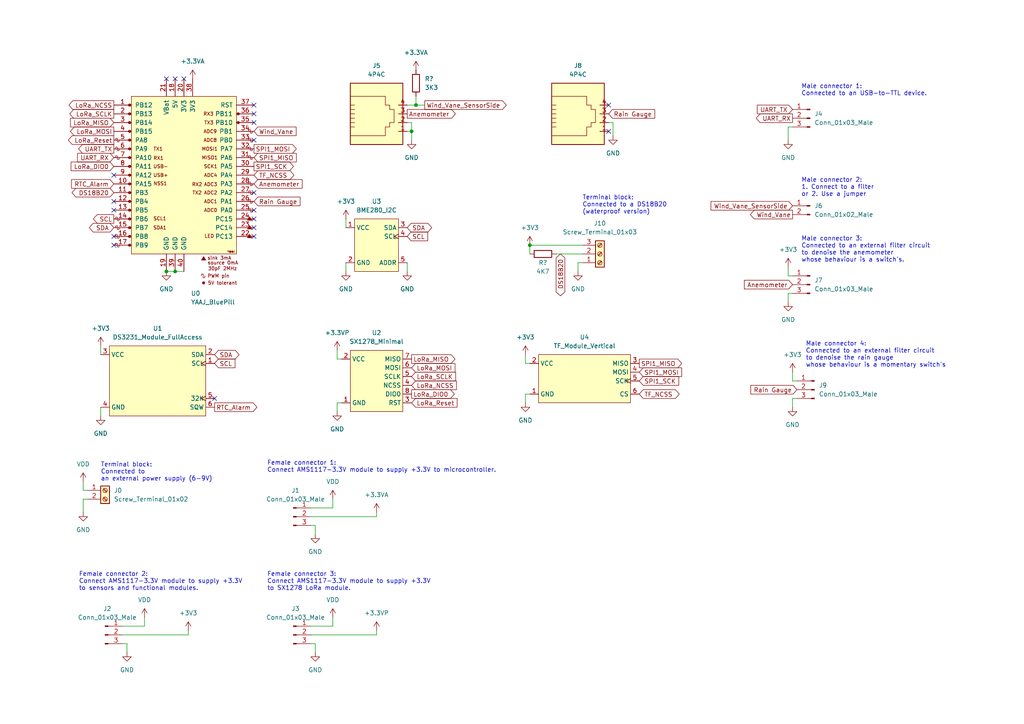
<source format=kicad_sch>
(kicad_sch (version 20211123) (generator eeschema)
  (paper "A4")
  (lib_symbols
    (symbol "BME280_Module:BME280_I2C"
      (property "Reference" "U" (at 0 1.27 0))
      (property "Value" "BME280_I2C" (at 0 -1.27 0))
      (symbol "BME280_I2C_0_1"
        (rectangle (start -6.35 7.62) (end 6.35 -7.62) (fill (type background)))
      )
      (symbol "BME280_I2C_1_1"
        (pin power_in line (at -8.89 5.08 0) (length 2.54) (name "VCC") (number "1"))
        (pin power_in line (at -8.89 -5.08 0) (length 2.54) (name "GND") (number "2"))
        (pin bidirectional line (at 8.89 5.08 180) (length 2.54) (name "SDA") (number "3"))
        (pin input clock (at 8.89 2.54 180) (length 2.54) (name "SCL") (number "4"))
        (pin passive line (at 8.89 -5.08 180) (length 2.54) (name "ADDR") (number "5"))
      )
    )
    (symbol "Connector:Conn_01x02_Male" (pin_names (offset 1.016) hide)
      (property "Reference" "J" (at 0 2.54 0))
      (property "Value" "Conn_01x02_Male" (at 0 -5.08 0))
      (symbol "Conn_01x02_Male_1_1"
        (polyline (pts (xy 1.27 -2.54) (xy 0.8636 -2.54)) (stroke (width 0.1524)))
        (polyline (pts (xy 1.27 0) (xy 0.8636 0)) (stroke (width 0.1524)))
        (rectangle (start 0.8636 -2.413) (end 0 -2.667) (stroke (width 0.1524)) (fill (type outline)))
        (rectangle (start 0.8636 0.127) (end 0 -0.127) (stroke (width 0.1524)) (fill (type outline)))
        (pin passive line (at 5.08 0 180) (length 3.81) (name "Pin_1") (number "1"))
        (pin passive line (at 5.08 -2.54 180) (length 3.81) (name "Pin_2") (number "2"))
      )
    )
    (symbol "Connector:Conn_01x03_Male" (pin_names (offset 1.016) hide)
      (property "Reference" "J" (at 0 5.08 0))
      (property "Value" "Conn_01x03_Male" (at 0 -5.08 0))
      (symbol "Conn_01x03_Male_1_1"
        (polyline (pts (xy 1.27 -2.54) (xy 0.8636 -2.54)) (stroke (width 0.1524)))
        (polyline (pts (xy 1.27 0) (xy 0.8636 0)) (stroke (width 0.1524)))
        (polyline (pts (xy 1.27 2.54) (xy 0.8636 2.54)) (stroke (width 0.1524)))
        (rectangle (start 0.8636 -2.413) (end 0 -2.667) (stroke (width 0.1524)) (fill (type outline)))
        (rectangle (start 0.8636 0.127) (end 0 -0.127) (stroke (width 0.1524)) (fill (type outline)))
        (rectangle (start 0.8636 2.667) (end 0 2.413) (stroke (width 0.1524)) (fill (type outline)))
        (pin passive line (at 5.08 2.54 180) (length 3.81) (name "Pin_1") (number "1"))
        (pin passive line (at 5.08 0 180) (length 3.81) (name "Pin_2") (number "2"))
        (pin passive line (at 5.08 -2.54 180) (length 3.81) (name "Pin_3") (number "3"))
      )
    )
    (symbol "Connector:Screw_Terminal_01x02" (pin_names (offset 1.016) hide)
      (property "Reference" "J" (at 0 2.54 0))
      (property "Value" "Screw_Terminal_01x02" (at 0 -5.08 0))
      (symbol "Screw_Terminal_01x02_1_1"
        (rectangle (start -1.27 1.27) (end 1.27 -3.81) (stroke (width 0.254)) (fill (type background)))
        (circle (center 0 -2.54) (radius 0.635) (stroke (width 0.1524)))
        (polyline (pts (xy -0.5334 -2.2098) (xy 0.3302 -3.048)) (stroke (width 0.1524)))
        (polyline (pts (xy -0.5334 0.3302) (xy 0.3302 -0.508)) (stroke (width 0.1524)))
        (polyline (pts (xy -0.3556 -2.032) (xy 0.508 -2.8702)) (stroke (width 0.1524)))
        (polyline (pts (xy -0.3556 0.508) (xy 0.508 -0.3302)) (stroke (width 0.1524)))
        (circle (center 0 0) (radius 0.635) (stroke (width 0.1524)))
        (pin passive line (at -5.08 0 0) (length 3.81) (name "Pin_1") (number "1"))
        (pin passive line (at -5.08 -2.54 0) (length 3.81) (name "Pin_2") (number "2"))
      )
    )
    (symbol "Connector:Screw_Terminal_01x03" (pin_names (offset 1.016) hide)
      (property "Reference" "J" (at 0 5.08 0))
      (property "Value" "Screw_Terminal_01x03" (at 0 -5.08 0))
      (symbol "Screw_Terminal_01x03_1_1"
        (rectangle (start -1.27 3.81) (end 1.27 -3.81) (stroke (width 0.254)) (fill (type background)))
        (circle (center 0 -2.54) (radius 0.635) (stroke (width 0.1524)))
        (polyline (pts (xy -0.5334 -2.2098) (xy 0.3302 -3.048)) (stroke (width 0.1524)))
        (polyline (pts (xy -0.5334 0.3302) (xy 0.3302 -0.508)) (stroke (width 0.1524)))
        (polyline (pts (xy -0.5334 2.8702) (xy 0.3302 2.032)) (stroke (width 0.1524)))
        (polyline (pts (xy -0.3556 -2.032) (xy 0.508 -2.8702)) (stroke (width 0.1524)))
        (polyline (pts (xy -0.3556 0.508) (xy 0.508 -0.3302)) (stroke (width 0.1524)))
        (polyline (pts (xy -0.3556 3.048) (xy 0.508 2.2098)) (stroke (width 0.1524)))
        (circle (center 0 0) (radius 0.635) (stroke (width 0.1524)))
        (circle (center 0 2.54) (radius 0.635) (stroke (width 0.1524)))
        (pin passive line (at -5.08 2.54 0) (length 3.81) (name "Pin_1") (number "1"))
        (pin passive line (at -5.08 0 0) (length 3.81) (name "Pin_2") (number "2"))
        (pin passive line (at -5.08 -2.54 0) (length 3.81) (name "Pin_3") (number "3"))
      )
    )
    (symbol "DS3231_Module:DS3231_Module_FullAccess"
      (property "Reference" "U" (at 0 1.27 0))
      (property "Value" "DS3231_Module_FullAccess" (at 0 -1.27 0))
      (symbol "DS3231_Module_FullAccess_0_1"
        (rectangle (start -13.97 8.89) (end 13.97 -11.43) (fill (type background)))
      )
      (symbol "DS3231_Module_FullAccess_1_1"
        (pin bidirectional clock (at 16.51 3.81 180) (length 2.54) (name "SCL") (number "1"))
        (pin bidirectional line (at 16.51 6.35 180) (length 2.54) (name "SDA") (number "2"))
        (pin power_in line (at -16.51 6.35 0) (length 2.54) (name "VCC") (number "3"))
        (pin power_in line (at -16.51 -8.89 0) (length 2.54) (name "GND") (number "4"))
        (pin output clock (at 16.51 -6.35 180) (length 2.54) (name "32K") (number "5"))
        (pin output line (at 16.51 -8.89 180) (length 2.54) (name "SQW") (number "6"))
      )
    )
    (symbol "Device:R" (pin_numbers hide) (pin_names (offset 0))
      (property "Reference" "R" (at 2.032 0 90))
      (property "Value" "R" (at 0 0 90))
      (symbol "R_0_1"
        (rectangle (start -1.016 -2.54) (end 1.016 2.54) (stroke (width 0.254)))
      )
      (symbol "R_1_1"
        (pin passive line (at 0 3.81 270) (length 1.27) (name "~") (number "1"))
        (pin passive line (at 0 -3.81 90) (length 1.27) (name "~") (number "2"))
      )
    )
    (symbol "RJ11-Connectors:4P4C"
      (property "Reference" "J" (at 0 0 0))
      (property "Value" "4P4C" (at 6.35 10.16 0))
      (symbol "4P4C_0_1"
        (polyline (pts (xy -6.35 -3.81) (xy -5.08 -3.81) (xy -5.08 -3.81)))
        (polyline (pts (xy -6.35 -2.54) (xy -5.08 -2.54) (xy -5.08 -2.54)))
        (polyline (pts (xy -6.35 -1.27) (xy -5.08 -1.27) (xy -5.08 -1.27)))
        (polyline (pts (xy -6.35 0) (xy -5.08 0) (xy -5.08 0)))
        (polyline (pts (xy -6.35 1.27) (xy -5.08 1.27) (xy -5.08 1.27)))
        (polyline (pts (xy -5.08 2.54) (xy -6.35 2.54) (xy -6.35 2.54)))
        (polyline (pts (xy -6.35 -6.35) (xy -6.35 5.08) (xy 3.81 5.08) (xy 3.81 2.54) (xy 5.08 2.54) (xy 5.08 1.27) (xy 6.35 1.27) (xy 6.35 -2.54) (xy 5.08 -2.54) (xy 5.08 -3.81) (xy 3.81 -3.81) (xy 3.81 -6.35) (xy -6.35 -6.35) (xy -6.35 -6.35)))
        (rectangle (start 8.89 8.89) (end -6.35 -8.89) (stroke (width 0.254)) (fill (type background)))
      )
      (symbol "4P4C_1_1"
        (pin passive line (at 10.16 -5.08 180) (length 2.54) (name "~") (number "1"))
        (pin passive line (at 10.16 -2.54 180) (length 2.54) (name "~") (number "2"))
        (pin passive line (at 10.16 0 180) (length 2.54) (name "") (number "3"))
        (pin passive line (at 10.16 2.54 180) (length 2.54) (name "") (number "4"))
      )
    )
    (symbol "STM32_BluePill:YAAJ_BluePill" (pin_names (offset 1.016))
      (property "Reference" "U" (at -13.97 24.13 0))
      (property "Value" "YAAJ_BluePill" (at 0 6.35 90))
      (symbol "YAAJ_BluePill_0_0"
        (circle (center -15.748 -20.32) (radius 0.3556) (fill (type outline)))
        (circle (center -15.748 -17.78) (radius 0.3556) (fill (type outline)))
        (circle (center -15.748 -15.24) (radius 0.3556) (fill (type outline)))
        (circle (center -15.748 -12.7) (radius 0.3556) (fill (type outline)))
        (circle (center -15.748 -10.16) (radius 0.3556) (fill (type outline)))
        (circle (center -15.748 -7.62) (radius 0.3556) (fill (type outline)))
        (circle (center -15.748 -5.08) (radius 0.3556) (fill (type outline)))
        (circle (center -15.748 -2.54) (radius 0.3556) (fill (type outline)))
        (circle (center -15.748 0) (radius 0.3556) (fill (type outline)))
        (circle (center -15.748 2.54) (radius 0.3556) (fill (type outline)))
        (circle (center -15.748 5.08) (radius 0.3556) (fill (type outline)))
        (circle (center -15.748 7.62) (radius 0.3556) (fill (type outline)))
        (circle (center -15.748 10.16) (radius 0.3556) (fill (type outline)))
        (circle (center -15.748 12.7) (radius 0.3556) (fill (type outline)))
        (circle (center -15.748 15.24) (radius 0.3556) (fill (type outline)))
        (circle (center -15.748 20.32) (radius 0.3556) (fill (type outline)))
        (polyline (pts (xy 5.08 -24.638) (xy 5.715 -23.622) (xy 6.35 -24.638) (xy 5.08 -24.638) (xy 5.715 -23.749) (xy 6.223 -24.638) (xy 5.207 -24.511) (xy 5.715 -23.876) (xy 6.096 -24.638) (xy 5.334 -24.384) (xy 5.842 -24.003) (xy 5.969 -24.638) (xy 5.461 -24.257) (xy 5.969 -24.13) (xy 5.842 -24.511) (xy 5.588 -24.257) (xy 5.842 -24.384) (xy 5.715 -24.13)))
        (polyline (pts (xy 18.415 -18.161) (xy 19.05 -17.145) (xy 19.685 -18.161) (xy 18.415 -18.161) (xy 19.05 -17.272) (xy 19.558 -18.161) (xy 18.542 -18.034) (xy 19.05 -17.399) (xy 19.431 -18.161) (xy 18.669 -17.907) (xy 19.177 -17.526) (xy 19.304 -18.161) (xy 18.796 -17.78) (xy 19.304 -17.653) (xy 19.177 -18.034) (xy 18.923 -17.78) (xy 19.177 -17.907) (xy 19.05 -17.653)))
        (polyline (pts (xy 18.415 -15.621) (xy 19.05 -14.605) (xy 19.685 -15.621) (xy 18.415 -15.621) (xy 19.05 -14.732) (xy 19.558 -15.621) (xy 18.542 -15.494) (xy 19.05 -14.859) (xy 19.431 -15.621) (xy 18.669 -15.367) (xy 19.177 -14.986) (xy 19.304 -15.621) (xy 18.796 -15.24) (xy 19.304 -15.113) (xy 19.177 -15.494) (xy 18.923 -15.24) (xy 19.177 -15.367) (xy 19.05 -15.113)))
        (polyline (pts (xy 18.415 -13.081) (xy 19.05 -12.065) (xy 19.685 -13.081) (xy 18.415 -13.081) (xy 19.05 -12.192) (xy 19.558 -13.081) (xy 18.542 -12.954) (xy 19.05 -12.319) (xy 19.431 -13.081) (xy 18.669 -12.827) (xy 19.177 -12.446) (xy 19.304 -13.081) (xy 18.796 -12.7) (xy 19.304 -12.573) (xy 19.177 -12.954) (xy 18.923 -12.7) (xy 19.177 -12.827) (xy 19.05 -12.573)))
        (circle (center 5.715 -31.242) (radius 0.127) (fill (type outline)))
        (circle (center 5.715 -31.242) (radius 0.254))
        (circle (center 5.715 -31.242) (radius 0.3556))
        (circle (center 15.748 15.24) (radius 0.254) (fill (type outline)))
        (circle (center 15.748 15.24) (radius 0.3556))
        (circle (center 15.748 17.78) (radius 0.254) (fill (type outline)))
        (circle (center 15.748 17.78) (radius 0.3556))
        (text "30pF 2MHz" (at 11.176 -27.051 0) (effects (font (size 0.9906 0.9906))))
        (text "5V tolerant" (at 11.176 -31.242 0) (effects (font (size 0.9906 0.9906))))
        (text "ADC0" (at 7.747 -10.16 0) (effects (font (size 0.9906 0.9906))))
        (text "ADC1" (at 7.747 -7.62 0) (effects (font (size 0.9906 0.9906))))
        (text "ADC2" (at 7.747 -5.08 0) (effects (font (size 0.9906 0.9906))))
        (text "ADC3" (at 7.747 -2.667 0) (effects (font (size 0.9906 0.9906))))
        (text "ADC4" (at 7.747 0 0) (effects (font (size 0.9906 0.9906))))
        (text "ADC8" (at 7.62 10.16 0) (effects (font (size 0.9906 0.9906))))
        (text "ADC9" (at 7.62 12.7 0) (effects (font (size 0.9906 0.9906))))
        (text "LED" (at 7.366 -17.653 0) (effects (font (size 0.9906 0.9906))))
        (text "MISO1" (at 7.493 5.08 0) (effects (font (size 0.9906 0.9906))))
        (text "MOSI1" (at 7.493 7.62 0) (effects (font (size 0.9906 0.9906))))
        (text "NSS1" (at -6.858 -2.413 0) (effects (font (size 0.9906 0.9906))))
        (text "PWM pin" (at 10.033 -29.21 0) (effects (font (size 0.9906 0.9906))))
        (text "RX1" (at -7.366 4.953 0) (effects (font (size 0.9906 0.9906))))
        (text "RX2" (at 3.81 -2.667 0) (effects (font (size 0.9906 0.9906))))
        (text "RX3" (at 7.112 17.78 0) (effects (font (size 0.9906 0.9906))))
        (text "SCK1" (at 7.747 2.54 0) (effects (font (size 0.9906 0.9906))))
        (text "SCL1" (at -6.985 -12.573 0) (effects (font (size 0.9906 0.9906))))
        (text "SDA1" (at -6.985 -15.24 0) (effects (font (size 0.9906 0.9906))))
        (text "sink 3mA" (at 10.287 -24.003 0) (effects (font (size 0.9906 0.9906))))
        (text "source 0mA" (at 11.303 -25.4 0) (effects (font (size 0.9906 0.9906))))
        (text "TX1" (at -7.493 7.62 0) (effects (font (size 0.9906 0.9906))))
        (text "TX2" (at 3.81 -5.08 0) (effects (font (size 0.9906 0.9906))))
        (text "TX3" (at 7.239 15.24 0) (effects (font (size 0.9906 0.9906))))
        (text "USB+" (at -6.731 0 0) (effects (font (size 0.9906 0.9906))))
        (text "USB-" (at -6.731 2.54 0) (effects (font (size 0.9906 0.9906))))
        (text "Y@@J" (at 13.6906 -22.1488 0) (effects (font (size 0.508 0.508))))
      )
      (symbol "YAAJ_BluePill_0_1"
        (rectangle (start -15.24 22.86) (end 15.24 -22.86) (fill (type background)))
        (polyline (pts (xy -18.796 -20.32) (xy -18.796 -20.828) (xy -19.304 -20.828) (xy -19.304 -19.812) (xy -19.812 -19.812) (xy -19.812 -20.32)))
        (polyline (pts (xy -18.796 -17.78) (xy -18.796 -18.288) (xy -19.304 -18.288) (xy -19.304 -17.272) (xy -19.812 -17.272) (xy -19.812 -17.78)))
        (polyline (pts (xy -18.796 -15.24) (xy -18.796 -15.748) (xy -19.304 -15.748) (xy -19.304 -14.732) (xy -19.812 -14.732) (xy -19.812 -15.24)))
        (polyline (pts (xy -18.796 -12.7) (xy -18.796 -13.208) (xy -19.304 -13.208) (xy -19.304 -12.192) (xy -19.812 -12.192) (xy -19.812 -12.7)))
        (polyline (pts (xy -18.796 5.08) (xy -18.796 4.572) (xy -19.304 4.572) (xy -19.304 5.588) (xy -19.812 5.588) (xy -19.812 5.08)))
        (polyline (pts (xy -18.796 7.62) (xy -18.796 7.112) (xy -19.304 7.112) (xy -19.304 8.128) (xy -19.812 8.128) (xy -19.812 7.62)))
        (polyline (pts (xy -18.796 10.16) (xy -18.796 9.652) (xy -19.304 9.652) (xy -19.304 10.668) (xy -19.812 10.668) (xy -19.812 10.16)))
        (polyline (pts (xy 6.096 -29.21) (xy 6.096 -29.718) (xy 5.588 -29.718) (xy 5.588 -28.702) (xy 5.08 -28.702) (xy 5.08 -29.21)))
        (polyline (pts (xy 19.812 -10.16) (xy 19.812 -10.668) (xy 19.304 -10.668) (xy 19.304 -9.652) (xy 18.796 -9.652) (xy 18.796 -10.16)))
        (polyline (pts (xy 19.812 -7.62) (xy 19.812 -8.128) (xy 19.304 -8.128) (xy 19.304 -7.112) (xy 18.796 -7.112) (xy 18.796 -7.62)))
        (polyline (pts (xy 19.812 -5.08) (xy 19.812 -5.588) (xy 19.304 -5.588) (xy 19.304 -4.572) (xy 18.796 -4.572) (xy 18.796 -5.08)))
        (polyline (pts (xy 19.812 -2.54) (xy 19.812 -3.048) (xy 19.304 -3.048) (xy 19.304 -2.032) (xy 18.796 -2.032) (xy 18.796 -2.54)))
        (polyline (pts (xy 19.812 5.08) (xy 19.812 4.572) (xy 19.304 4.572) (xy 19.304 5.588) (xy 18.796 5.588) (xy 18.796 5.08)))
        (polyline (pts (xy 19.812 7.62) (xy 19.812 7.112) (xy 19.304 7.112) (xy 19.304 8.128) (xy 18.796 8.128) (xy 18.796 7.62)))
        (polyline (pts (xy 19.812 10.16) (xy 19.812 9.652) (xy 19.304 9.652) (xy 19.304 10.668) (xy 18.796 10.668) (xy 18.796 10.16)))
        (polyline (pts (xy 19.812 12.7) (xy 19.812 12.192) (xy 19.304 12.192) (xy 19.304 13.208) (xy 18.796 13.208) (xy 18.796 12.7)))
      )
      (symbol "YAAJ_BluePill_1_1"
        (circle (center -15.748 17.78) (radius 0.3556) (fill (type outline)))
        (pin bidirectional line (at -20.32 20.32 0) (length 5.08) (name "PB12") (number "1"))
        (pin bidirectional line (at -20.32 -2.54 0) (length 5.08) (name "PA15") (number "10"))
        (pin bidirectional line (at -20.32 -5.08 0) (length 5.08) (name "PB3") (number "11"))
        (pin bidirectional line (at -20.32 -7.62 0) (length 5.08) (name "PB4") (number "12"))
        (pin bidirectional line (at -20.32 -10.16 0) (length 5.08) (name "PB5") (number "13"))
        (pin bidirectional line (at -20.32 -12.7 0) (length 5.08) (name "PB6") (number "14"))
        (pin bidirectional line (at -20.32 -15.24 0) (length 5.08) (name "PB7") (number "15"))
        (pin bidirectional line (at -20.32 -17.78 0) (length 5.08) (name "PB8") (number "16"))
        (pin bidirectional line (at -20.32 -20.32 0) (length 5.08) (name "PB9") (number "17"))
        (pin power_in line (at -2.54 27.94 270) (length 5.08) (name "5V") (number "18"))
        (pin power_in line (at -5.08 -27.94 90) (length 5.08) (name "GND") (number "19"))
        (pin bidirectional line (at -20.32 17.78 0) (length 5.08) (name "PB13") (number "2"))
        (pin power_in line (at 0 27.94 270) (length 5.08) (name "3V3") (number "20"))
        (pin power_in line (at -5.08 27.94 270) (length 5.08) (name "VBat") (number "21"))
        (pin bidirectional line (at 20.32 -17.78 180) (length 5.08) (name "PC13") (number "22"))
        (pin bidirectional line (at 20.32 -15.24 180) (length 5.08) (name "PC14") (number "23"))
        (pin bidirectional line (at 20.32 -12.7 180) (length 5.08) (name "PC15") (number "24"))
        (pin bidirectional line (at 20.32 -10.16 180) (length 5.08) (name "PA0") (number "25"))
        (pin bidirectional line (at 20.32 -7.62 180) (length 5.08) (name "PA1") (number "26"))
        (pin bidirectional line (at 20.32 -5.08 180) (length 5.08) (name "PA2") (number "27"))
        (pin bidirectional line (at 20.32 -2.54 180) (length 5.08) (name "PA3") (number "28"))
        (pin bidirectional line (at 20.32 0 180) (length 5.08) (name "PA4") (number "29"))
        (pin bidirectional line (at -20.32 15.24 0) (length 5.08) (name "PB14") (number "3"))
        (pin bidirectional line (at 20.32 2.54 180) (length 5.08) (name "PA5") (number "30"))
        (pin bidirectional line (at 20.32 5.08 180) (length 5.08) (name "PA6") (number "31"))
        (pin bidirectional line (at 20.32 7.62 180) (length 5.08) (name "PA7") (number "32"))
        (pin bidirectional line (at 20.32 10.16 180) (length 5.08) (name "PB0") (number "33"))
        (pin bidirectional line (at 20.32 12.7 180) (length 5.08) (name "PB1") (number "34"))
        (pin bidirectional line (at 20.32 15.24 180) (length 5.08) (name "PB10") (number "35"))
        (pin bidirectional line (at 20.32 17.78 180) (length 5.08) (name "PB11") (number "36"))
        (pin input line (at 20.32 20.32 180) (length 5.08) (name "RST") (number "37"))
        (pin power_in line (at 2.54 27.94 270) (length 5.08) (name "3V3") (number "38"))
        (pin power_in line (at -2.54 -27.94 90) (length 5.08) (name "GND") (number "39"))
        (pin bidirectional line (at -20.32 12.7 0) (length 5.08) (name "PB15") (number "4"))
        (pin power_in line (at 0 -27.94 90) (length 5.08) (name "GND") (number "40"))
        (pin bidirectional line (at -20.32 10.16 0) (length 5.08) (name "PA8") (number "5"))
        (pin bidirectional line (at -20.32 7.62 0) (length 5.08) (name "PA9") (number "6"))
        (pin bidirectional line (at -20.32 5.08 0) (length 5.08) (name "PA10") (number "7"))
        (pin bidirectional line (at -20.32 2.54 0) (length 5.08) (name "PA11") (number "8"))
        (pin bidirectional line (at -20.32 0 0) (length 5.08) (name "PA12") (number "9"))
      )
    )
    (symbol "SX1278_Module:SX1278_Minimal"
      (property "Reference" "U" (at 0 11.43 0))
      (property "Value" "SX1278_Minimal" (at 0 -11.43 0))
      (symbol "SX1278_Minimal_0_1"
        (rectangle (start -7.62 8.89) (end 7.62 -8.89) (fill (type background)))
      )
      (symbol "SX1278_Minimal_1_1"
        (pin power_in line (at -10.16 -6.35 0) (length 2.54) (name "GND") (number "1"))
        (pin power_in line (at -10.16 6.35 0) (length 2.54) (name "VCC") (number "2"))
        (pin input line (at 10.16 -6.35 180) (length 2.54) (name "RST") (number "3"))
        (pin input line (at 10.16 -1.27 180) (length 2.54) (name "NCSS") (number "4"))
        (pin input line (at 10.16 1.27 180) (length 2.54) (name "SCLK") (number "5"))
        (pin input line (at 10.16 3.81 180) (length 2.54) (name "MOSI") (number "6"))
        (pin output line (at 10.16 6.35 180) (length 2.54) (name "MISO") (number "7"))
        (pin output line (at 10.16 -3.81 180) (length 2.54) (name "DIO0") (number "8"))
      )
    )
    (symbol "TF_Module:TF_Module_Vertical"
      (property "Reference" "U" (at 0 1.27 0))
      (property "Value" "TF_Module_Vertical" (at 0 -1.27 0))
      (symbol "TF_Module_Vertical_0_1"
        (rectangle (start -12.7 6.35) (end 13.97 -7.62) (fill (type background)))
      )
      (symbol "TF_Module_Vertical_1_1"
        (pin power_in line (at -15.24 -5.08 0) (length 2.54) (name "GND") (number "1"))
        (pin power_in line (at -15.24 3.81 0) (length 2.54) (name "VCC") (number "2"))
        (pin output line (at 16.51 3.81 180) (length 2.54) (name "MISO") (number "3"))
        (pin input line (at 16.51 1.27 180) (length 2.54) (name "MOSI") (number "4"))
        (pin input clock (at 16.51 -1.27 180) (length 2.54) (name "SCK") (number "5"))
        (pin input line (at 16.51 -5.08 180) (length 2.54) (name "CS") (number "6"))
      )
    )
    (symbol "power:+3.3VA" (power) (pin_names (offset 0))
      (property "Value" "+3.3VA" (at 0 3.556 0))
      (symbol "+3.3VA_0_1"
        (polyline (pts (xy -0.762 1.27) (xy 0 2.54)))
        (polyline (pts (xy 0 0) (xy 0 2.54)))
        (polyline (pts (xy 0 2.54) (xy 0.762 1.27)))
      )
      (symbol "+3.3VA_1_1"
        (pin power_in line (at 0 0 90) (length 0) hide (name "+3.3VA") (number "1"))
      )
    )
    (symbol "power:+3.3VP" (power) (pin_names (offset 0))
      (property "Value" "+3.3VP" (at 0 2.54 0))
      (symbol "+3.3VP_0_0"
        (pin power_in line (at 0 0 90) (length 0) hide (name "+3.3VP") (number "1"))
      )
      (symbol "+3.3VP_0_1"
        (polyline (pts (xy -0.762 1.27) (xy 0 2.54)))
        (polyline (pts (xy 0 0) (xy 0 2.54)))
        (polyline (pts (xy 0 2.54) (xy 0.762 1.27)))
      )
    )
    (symbol "power:+3V3" (power) (pin_names (offset 0))
      (property "Value" "+3V3" (at 0 3.556 0))
      (symbol "+3V3_0_1"
        (polyline (pts (xy -0.762 1.27) (xy 0 2.54)))
        (polyline (pts (xy 0 0) (xy 0 2.54)))
        (polyline (pts (xy 0 2.54) (xy 0.762 1.27)))
      )
      (symbol "+3V3_1_1"
        (pin power_in line (at 0 0 90) (length 0) hide (name "+3V3") (number "1"))
      )
    )
    (symbol "power:GND" (power) (pin_names (offset 0))
      (property "Value" "GND" (at 0 -3.81 0))
      (symbol "GND_0_1"
        (polyline (pts (xy 0 0) (xy 0 -1.27) (xy 1.27 -1.27) (xy 0 -2.54) (xy -1.27 -1.27) (xy 0 -1.27)))
      )
      (symbol "GND_1_1"
        (pin power_in line (at 0 0 270) (length 0) hide (name "GND") (number "1"))
      )
    )
    (symbol "power:VDD" (power) (pin_names (offset 0))
      (property "Value" "VDD" (at 0 3.81 0))
      (symbol "VDD_0_1"
        (polyline (pts (xy -0.762 1.27) (xy 0 2.54)))
        (polyline (pts (xy 0 0) (xy 0 2.54)))
        (polyline (pts (xy 0 2.54) (xy 0.762 1.27)))
      )
      (symbol "VDD_1_1"
        (pin power_in line (at 0 0 90) (length 0) hide (name "VDD") (number "1"))
      )
    )
  )
  (junction (at 48.26 78.74))
  (junction (at 50.8 78.74))
  (junction (at 153.67 71.12))
  (junction (at 120.65 30.48))
  (junction (at 119.38 38.1))
  (no_connect (at 73.66 30.48))
  (no_connect (at 33.02 71.12))
  (no_connect (at 73.66 35.56))
  (no_connect (at 62.23 115.57))
  (no_connect (at 50.8 22.86))
  (no_connect (at 73.66 63.5))
  (no_connect (at 73.66 40.64))
  (no_connect (at 33.02 50.8))
  (no_connect (at 53.34 22.86))
  (no_connect (at 73.66 60.96))
  (no_connect (at 33.02 58.42))
  (no_connect (at 176.53 30.48))
  (no_connect (at 73.66 68.58))
  (no_connect (at 176.53 38.1))
  (no_connect (at 73.66 55.88))
  (no_connect (at 73.66 66.04))
  (no_connect (at 48.26 22.86))
  (no_connect (at 73.66 33.02))
  (no_connect (at 33.02 68.58))
  (no_connect (at 33.02 60.96))
  (wire (pts (xy 29.21 100.33) (xy 29.21 102.87)))
  (wire (pts (xy 229.87 115.57) (xy 231.14 115.57)))
  (wire (pts (xy 97.79 116.84) (xy 97.79 119.38)))
  (wire (pts (xy 167.64 76.2) (xy 168.91 76.2)))
  (wire (pts (xy 119.38 35.56) (xy 119.38 38.1)))
  (wire (pts (xy 91.44 152.4) (xy 91.44 154.94)))
  (wire (pts (xy 24.13 139.7) (xy 24.13 142.24)))
  (wire (pts (xy 96.52 181.61) (xy 90.17 181.61)))
  (wire (pts (xy 48.26 78.74) (xy 50.8 78.74)))
  (wire (pts (xy 153.67 71.12) (xy 168.91 71.12)))
  (wire (pts (xy 90.17 149.86) (xy 109.22 149.86)))
  (wire (pts (xy 90.17 147.32) (xy 96.52 147.32)))
  (wire (pts (xy 152.4 105.41) (xy 153.67 105.41)))
  (wire (pts (xy 90.17 152.4) (xy 91.44 152.4)))
  (wire (pts (xy 118.11 38.1) (xy 119.38 38.1)))
  (wire (pts (xy 35.56 184.15) (xy 54.61 184.15)))
  (wire (pts (xy 109.22 182.88) (xy 109.22 184.15)))
  (wire (pts (xy 120.65 30.48) (xy 123.19 30.48)))
  (wire (pts (xy 50.8 78.74) (xy 53.34 78.74)))
  (wire (pts (xy 99.06 116.84) (xy 97.79 116.84)))
  (wire (pts (xy 229.87 107.95) (xy 229.87 110.49)))
  (wire (pts (xy 228.6 36.83) (xy 229.87 36.83)))
  (wire (pts (xy 228.6 40.64) (xy 228.6 36.83)))
  (wire (pts (xy 96.52 147.32) (xy 96.52 144.78)))
  (wire (pts (xy 152.4 114.3) (xy 153.67 114.3)))
  (wire (pts (xy 35.56 181.61) (xy 41.91 181.61)))
  (wire (pts (xy 99.06 104.14) (xy 97.79 104.14)))
  (wire (pts (xy 100.33 63.5) (xy 100.33 66.04)))
  (wire (pts (xy 228.6 85.09) (xy 229.87 85.09)))
  (wire (pts (xy 91.44 189.23) (xy 91.44 186.69)))
  (wire (pts (xy 229.87 110.49) (xy 231.14 110.49)))
  (wire (pts (xy 24.13 148.59) (xy 24.13 144.78)))
  (wire (pts (xy 90.17 184.15) (xy 109.22 184.15)))
  (wire (pts (xy 97.79 104.14) (xy 97.79 101.6)))
  (wire (pts (xy 36.83 186.69) (xy 35.56 186.69)))
  (wire (pts (xy 100.33 76.2) (xy 100.33 78.74)))
  (wire (pts (xy 118.11 30.48) (xy 120.65 30.48)))
  (wire (pts (xy 118.11 76.2) (xy 118.11 78.74)))
  (wire (pts (xy 36.83 189.23) (xy 36.83 186.69)))
  (wire (pts (xy 153.67 71.12) (xy 153.67 73.66)))
  (wire (pts (xy 152.4 102.87) (xy 152.4 105.41)))
  (wire (pts (xy 91.44 186.69) (xy 90.17 186.69)))
  (wire (pts (xy 229.87 118.11) (xy 229.87 115.57)))
  (wire (pts (xy 96.52 179.07) (xy 96.52 181.61)))
  (wire (pts (xy 228.6 80.01) (xy 229.87 80.01)))
  (wire (pts (xy 119.38 38.1) (xy 119.38 40.64)))
  (wire (pts (xy 152.4 116.84) (xy 152.4 114.3)))
  (wire (pts (xy 161.29 73.66) (xy 168.91 73.66)))
  (wire (pts (xy 54.61 182.88) (xy 54.61 184.15)))
  (wire (pts (xy 109.22 148.59) (xy 109.22 149.86)))
  (wire (pts (xy 176.53 35.56) (xy 177.8 35.56)))
  (wire (pts (xy 167.64 78.74) (xy 167.64 76.2)))
  (wire (pts (xy 177.8 35.56) (xy 177.8 39.37)))
  (wire (pts (xy 120.65 30.48) (xy 120.65 27.94)))
  (wire (pts (xy 24.13 142.24) (xy 25.4 142.24)))
  (wire (pts (xy 24.13 144.78) (xy 25.4 144.78)))
  (wire (pts (xy 228.6 77.47) (xy 228.6 80.01)))
  (wire (pts (xy 118.11 35.56) (xy 119.38 35.56)))
  (wire (pts (xy 228.6 87.63) (xy 228.6 85.09)))
  (wire (pts (xy 41.91 181.61) (xy 41.91 179.07)))
  (wire (pts (xy 29.21 118.11) (xy 29.21 120.65)))
  (text "Female connector 2: \nConnect AMS1117-3.3V module to supply +3.3V \nto sensors and functional modules." (at 22.86 171.45 0) (effects (font (size 1.27 1.27)) (justify left bottom)))
  (text "Male connector 4:\nConnected to an external filter circuit \nto denoise the rain gauge \nwhose behaviour is a momentary switch's" (at 233.68 106.68 0) (effects (font (size 1.27 1.27)) (justify left bottom)))
  (text "Terminal block:\nConnected to a DS18B20 \n(waterproof version)" (at 168.91 62.23 0) (effects (font (size 1.27 1.27)) (justify left bottom)))
  (text "Male connector 3:\nConnected to an external filter circuit \nto denoise the anemometer \nwhose behaviour is a switch's." (at 232.41 76.2 0) (effects (font (size 1.27 1.27)) (justify left bottom)))
  (text "Terminal block:\nConnected to \nan external power supply (6-9V)" (at 29.21 139.7 0) (effects (font (size 1.27 1.27)) (justify left bottom)))
  (text "Female connector 3: \nConnect AMS1117-3.3V module to supply +3.3V \nto SX1278 LoRa module." (at 77.47 171.45 0) (effects (font (size 1.27 1.27)) (justify left bottom)))
  (text "Male connector 1:\nConnected to an USB-to-TTL device." (at 232.41 27.94 0) (effects (font (size 1.27 1.27)) (justify left bottom)))
  (text "Female connector 1: \nConnect AMS1117-3.3V module to supply +3.3V to microcontroller." (at 77.47 137.16 0) (effects (font (size 1.27 1.27)) (justify left bottom)))
  (text "Male connector 2:\n1. Connect to a filter\nor 2. Use a jumper" (at 232.41 57.15 0) (effects (font (size 1.27 1.27)) (justify left bottom)))
  (global_label "Anemometer" (shape input) (at 229.87 82.55 180) (property "Intersheet References" "${INTERSHEET_REFS}" (effects hide)))
  (global_label "LoRa_MOSI" (shape output) (at 33.02 38.1 180) (property "Intersheet References" "${INTERSHEET_REFS}" (effects hide)))
  (global_label "RTC_Alarm" (shape input) (at 33.02 53.34 180) (property "Intersheet References" "${INTERSHEET_REFS}" (effects hide)))
  (global_label "SDA" (shape bidirectional) (at 118.11 66.04 0) (property "Intersheet References" "${INTERSHEET_REFS}" (effects hide)))
  (global_label "UART_TX" (shape output) (at 33.02 43.18 180) (property "Intersheet References" "${INTERSHEET_REFS}" (effects hide)))
  (global_label "SPI1_SCK" (shape output) (at 73.66 48.26 0) (property "Intersheet References" "${INTERSHEET_REFS}" (effects hide)))
  (global_label "Rain Gauge" (shape input) (at 73.66 58.42 0) (property "Intersheet References" "${INTERSHEET_REFS}" (effects hide)))
  (global_label "LoRa_NCSS" (shape output) (at 33.02 30.48 180) (property "Intersheet References" "${INTERSHEET_REFS}" (effects hide)))
  (global_label "SPI1_MOSI" (shape output) (at 73.66 43.18 0) (property "Intersheet References" "${INTERSHEET_REFS}" (effects hide)))
  (global_label "Wind_Vane_SensorSide" (shape input) (at 229.87 59.69 180) (property "Intersheet References" "${INTERSHEET_REFS}" (effects hide)))
  (global_label "TF_NCSS" (shape tri_state) (at 185.42 114.3 0) (property "Intersheet References" "${INTERSHEET_REFS}" (effects hide)))
  (global_label "SPI1_SCK" (shape input) (at 185.42 110.49 0) (property "Intersheet References" "${INTERSHEET_REFS}" (effects hide)))
  (global_label "UART_RX" (shape input) (at 33.02 45.72 180) (property "Intersheet References" "${INTERSHEET_REFS}" (effects hide)))
  (global_label "LoRa_Reset" (shape output) (at 33.02 40.64 180) (property "Intersheet References" "${INTERSHEET_REFS}" (effects hide)))
  (global_label "LoRa_SCLK" (shape input) (at 119.38 109.22 0) (property "Intersheet References" "${INTERSHEET_REFS}" (effects hide)))
  (global_label "SCL" (shape input) (at 62.23 105.41 0) (property "Intersheet References" "${INTERSHEET_REFS}" (effects hide)))
  (global_label "DS18B20" (shape bidirectional) (at 162.56 73.66 270) (property "Intersheet References" "${INTERSHEET_REFS}" (effects hide)))
  (global_label "SPI1_MISO" (shape output) (at 185.42 105.41 0) (property "Intersheet References" "${INTERSHEET_REFS}" (effects hide)))
  (global_label "LoRa_MOSI" (shape input) (at 119.38 106.68 0) (property "Intersheet References" "${INTERSHEET_REFS}" (effects hide)))
  (global_label "LoRa_SCLK" (shape output) (at 33.02 33.02 180) (property "Intersheet References" "${INTERSHEET_REFS}" (effects hide)))
  (global_label "LoRa_DIO0" (shape input) (at 33.02 48.26 180) (property "Intersheet References" "${INTERSHEET_REFS}" (effects hide)))
  (global_label "DS18B20" (shape bidirectional) (at 33.02 55.88 180) (property "Intersheet References" "${INTERSHEET_REFS}" (effects hide)))
  (global_label "Anemometer" (shape output) (at 118.11 33.02 0) (property "Intersheet References" "${INTERSHEET_REFS}" (effects hide)))
  (global_label "LoRa_MISO" (shape input) (at 33.02 35.56 180) (property "Intersheet References" "${INTERSHEET_REFS}" (effects hide)))
  (global_label "UART_TX" (shape input) (at 229.87 31.75 180) (property "Intersheet References" "${INTERSHEET_REFS}" (effects hide)))
  (global_label "Rain Gauge" (shape input) (at 231.14 113.03 180) (property "Intersheet References" "${INTERSHEET_REFS}" (effects hide)))
  (global_label "SDA" (shape bidirectional) (at 62.23 102.87 0) (property "Intersheet References" "${INTERSHEET_REFS}" (effects hide)))
  (global_label "SDA" (shape bidirectional) (at 33.02 66.04 180) (property "Intersheet References" "${INTERSHEET_REFS}" (effects hide)))
  (global_label "TF_NCSS" (shape tri_state) (at 73.66 50.8 0) (property "Intersheet References" "${INTERSHEET_REFS}" (effects hide)))
  (global_label "Anemometer" (shape input) (at 73.66 53.34 0) (property "Intersheet References" "${INTERSHEET_REFS}" (effects hide)))
  (global_label "UART_RX" (shape output) (at 229.87 34.29 180) (property "Intersheet References" "${INTERSHEET_REFS}" (effects hide)))
  (global_label "RTC_Alarm" (shape output) (at 62.23 118.11 0) (property "Intersheet References" "${INTERSHEET_REFS}" (effects hide)))
  (global_label "LoRa_Reset" (shape input) (at 119.38 116.84 0) (property "Intersheet References" "${INTERSHEET_REFS}" (effects hide)))
  (global_label "LoRa_DIO0" (shape output) (at 119.38 114.3 0) (property "Intersheet References" "${INTERSHEET_REFS}" (effects hide)))
  (global_label "SCL" (shape output) (at 33.02 63.5 180) (property "Intersheet References" "${INTERSHEET_REFS}" (effects hide)))
  (global_label "LoRa_NCSS" (shape input) (at 119.38 111.76 0) (property "Intersheet References" "${INTERSHEET_REFS}" (effects hide)))
  (global_label "LoRa_MISO" (shape output) (at 119.38 104.14 0) (property "Intersheet References" "${INTERSHEET_REFS}" (effects hide)))
  (global_label "Wind_Vane_SensorSide" (shape output) (at 123.19 30.48 0) (property "Intersheet References" "${INTERSHEET_REFS}" (effects hide)))
  (global_label "SPI1_MOSI" (shape input) (at 185.42 107.95 0) (property "Intersheet References" "${INTERSHEET_REFS}" (effects hide)))
  (global_label "Wind_Vane" (shape input) (at 73.66 38.1 0) (property "Intersheet References" "${INTERSHEET_REFS}" (effects hide)))
  (global_label "Rain Gauge" (shape input) (at 176.53 33.02 0) (property "Intersheet References" "${INTERSHEET_REFS}" (effects hide)))
  (global_label "Wind_Vane" (shape output) (at 229.87 62.23 180) (property "Intersheet References" "${INTERSHEET_REFS}" (effects hide)))
  (global_label "SCL" (shape input) (at 118.11 68.58 0) (property "Intersheet References" "${INTERSHEET_REFS}" (effects hide)))
  (global_label "SPI1_MISO" (shape input) (at 73.66 45.72 0) (property "Intersheet References" "${INTERSHEET_REFS}" (effects hide)))
  (symbol (lib_id "power:+3.3VP") (at 97.79 101.6 0) (unit 1)
    (property "Reference" "#PWR?" (effects hide))
    (property "Value" "+3.3VP" (at 97.79 96.52 0))
  )
  (symbol (lib_id "power:GND") (at 91.44 154.94 0) (unit 1)
    (property "Reference" "#PWR?" (effects hide))
    (property "Value" "GND" (at 91.44 160.02 0))
  )
  (symbol (lib_id "Device:R") (at 157.48 73.66 90) (unit 1)
    (property "Reference" "R?" (at 157.48 76.2 90))
    (property "Value" "4K7" (at 157.48 78.74 90))
    (property "Footprint" "Resistor_THT:R_Axial_DIN0207_L6.3mm_D2.5mm_P10.16mm_Horizontal" (effects hide))
  )
  (symbol (lib_id "TF_Module:TF_Module_Vertical") (at 168.91 109.22 0) (unit 1)
    (property "Reference" "U4" (at 169.545 97.79 0))
    (property "Value" "TF_Module_Vertical" (at 169.545 100.33 0))
    (property "Footprint" "TF_Module:TF_Module_Veritcal" (effects hide))
  )
  (symbol (lib_id "power:+3.3VA") (at 109.22 148.59 0) (unit 1)
    (property "Reference" "#PWR?" (effects hide))
    (property "Value" "+3.3VA" (at 109.22 143.51 0))
  )
  (symbol (lib_id "power:GND") (at 119.38 40.64 0) (unit 1)
    (property "Reference" "#PWR?" (effects hide))
    (property "Value" "GND" (at 119.38 45.72 0))
  )
  (symbol (lib_id "power:+3V3") (at 229.87 107.95 0) (unit 1)
    (property "Reference" "#PWR?" (effects hide))
    (property "Value" "+3V3" (at 229.87 102.87 0))
  )
  (symbol (lib_id "power:GND") (at 36.83 189.23 0) (unit 1)
    (property "Reference" "#PWR?" (effects hide))
    (property "Value" "GND" (at 36.83 194.31 0))
  )
  (symbol (lib_id "SX1278_Module:SX1278_Minimal") (at 109.22 110.49 0) (unit 1)
    (property "Reference" "U2" (at 109.22 96.52 0))
    (property "Value" "SX1278_Minimal" (at 109.22 99.06 0))
    (property "Footprint" "SX1278_Module:SX1278_Minimal" (effects hide))
  )
  (symbol (lib_id "power:VDD") (at 24.13 139.7 0) (unit 1)
    (property "Reference" "#PWR?" (effects hide))
    (property "Value" "VDD" (at 24.13 134.62 0))
  )
  (symbol (lib_id "power:GND") (at 100.33 78.74 0) (unit 1)
    (property "Reference" "#PWR?" (effects hide))
    (property "Value" "GND" (at 100.33 83.82 0))
  )
  (symbol (lib_id "STM32_BluePill:YAAJ_BluePill") (at 53.34 50.8 0) (unit 1)
    (property "Reference" "U0" (at 55.3594 85.09 0) (effects (justify left)))
    (property "Value" "YAAJ_BluePill" (at 55.3594 87.63 0) (effects (justify left)))
    (property "Footprint" "STM32-BluePill:YAAJ_BluePill_1" (effects hide))
  )
  (symbol (lib_id "power:GND") (at 118.11 78.74 0) (unit 1)
    (property "Reference" "#PWR?" (effects hide))
    (property "Value" "GND" (at 118.11 83.82 0))
  )
  (symbol (lib_id "power:+3V3") (at 100.33 63.5 0) (unit 1)
    (property "Reference" "#PWR?" (effects hide))
    (property "Value" "+3V3" (at 100.33 58.42 0))
  )
  (symbol (lib_id "power:GND") (at 29.21 120.65 0) (unit 1)
    (property "Reference" "#PWR?" (effects hide))
    (property "Value" "GND" (at 29.21 125.73 0))
  )
  (symbol (lib_id "power:+3V3") (at 228.6 77.47 0) (unit 1)
    (property "Reference" "#PWR?" (effects hide))
    (property "Value" "+3V3" (at 228.6 72.39 0))
  )
  (symbol (lib_id "Connector:Conn_01x03_Male") (at 234.95 82.55 0) (mirror y) (unit 1)
    (property "Reference" "J7" (at 236.22 81.2799 0) (effects (justify right)))
    (property "Value" "Conn_01x03_Male" (at 236.22 83.8199 0) (effects (justify right)))
    (property "Footprint" "Connector_PinHeader_2.54mm:PinHeader_1x03_P2.54mm_Vertical" (effects hide))
  )
  (symbol (lib_id "power:+3V3") (at 152.4 102.87 0) (unit 1)
    (property "Reference" "#PWR?" (effects hide))
    (property "Value" "+3V3" (at 152.4 97.79 0))
  )
  (symbol (lib_id "power:GND") (at 152.4 116.84 0) (unit 1)
    (property "Reference" "#PWR?" (effects hide))
    (property "Value" "GND" (at 152.4 121.92 0))
  )
  (symbol (lib_id "power:+3.3VA") (at 120.65 20.32 0) (unit 1)
    (property "Reference" "#PWR?" (effects hide))
    (property "Value" "+3.3VA" (at 120.65 15.24 0))
  )
  (symbol (lib_id "power:+3.3VA") (at 55.88 22.86 0) (unit 1)
    (property "Reference" "#PWR?" (effects hide))
    (property "Value" "+3.3VA" (at 55.88 17.78 0))
  )
  (symbol (lib_id "power:GND") (at 229.87 118.11 0) (unit 1)
    (property "Reference" "#PWR?" (effects hide))
    (property "Value" "GND" (at 229.87 123.19 0))
  )
  (symbol (lib_id "power:VDD") (at 96.52 179.07 0) (unit 1)
    (property "Reference" "#PWR?" (effects hide))
    (property "Value" "VDD" (at 96.52 173.99 0))
  )
  (symbol (lib_id "power:GND") (at 167.64 78.74 0) (unit 1)
    (property "Reference" "#PWR?" (effects hide))
    (property "Value" "GND" (at 167.64 83.82 0))
  )
  (symbol (lib_id "Connector:Conn_01x03_Male") (at 85.09 184.15 0) (unit 1)
    (property "Reference" "J3" (at 85.725 176.53 0))
    (property "Value" "Conn_01x03_Male" (at 85.725 179.07 0))
    (property "Footprint" "Connector_PinHeader_2.54mm:PinHeader_1x03_P2.54mm_Vertical" (effects hide))
  )
  (symbol (lib_id "RJ11-Connectors:4P4C") (at 166.37 33.02 0) (unit 1)
    (property "Reference" "J8" (at 167.64 19.05 0))
    (property "Value" "4P4C" (at 167.64 21.59 0))
    (property "Footprint" "RJ11-Connectors:4P4C" (effects hide))
  )
  (symbol (lib_id "power:GND") (at 24.13 148.59 0) (unit 1)
    (property "Reference" "#PWR?" (effects hide))
    (property "Value" "GND" (at 24.13 153.67 0))
  )
  (symbol (lib_id "DS3231_Module:DS3231_Module_FullAccess") (at 45.72 109.22 0) (unit 1)
    (property "Reference" "U1" (at 45.72 95.25 0))
    (property "Value" "DS3231_Module_FullAccess" (at 45.72 97.79 0))
    (property "Footprint" "DS3231_Module:DS3231_Module_Minimal" (effects hide))
  )
  (symbol (lib_id "power:GND") (at 91.44 189.23 0) (unit 1)
    (property "Reference" "#PWR?" (effects hide))
    (property "Value" "GND" (at 91.44 194.31 0))
  )
  (symbol (lib_id "power:+3.3VP") (at 109.22 182.88 0) (unit 1)
    (property "Reference" "#PWR?" (effects hide))
    (property "Value" "+3.3VP" (at 109.22 177.8 0))
  )
  (symbol (lib_id "Device:R") (at 120.65 24.13 180) (unit 1)
    (property "Reference" "R?" (at 123.19 22.8599 0) (effects (justify right)))
    (property "Value" "3K3" (at 123.19 25.3999 0) (effects (justify right)))
    (property "Footprint" "Resistor_THT:R_Axial_DIN0207_L6.3mm_D2.5mm_P10.16mm_Horizontal" (effects hide))
  )
  (symbol (lib_id "Connector:Conn_01x03_Male") (at 234.95 34.29 0) (mirror y) (unit 1)
    (property "Reference" "J4" (at 236.22 33.0199 0) (effects (justify right)))
    (property "Value" "Conn_01x03_Male" (at 236.22 35.5599 0) (effects (justify right)))
    (property "Footprint" "Connector_PinHeader_2.54mm:PinHeader_1x03_P2.54mm_Vertical" (effects hide))
  )
  (symbol (lib_id "power:VDD") (at 96.52 144.78 0) (unit 1)
    (property "Reference" "#PWR?" (effects hide))
    (property "Value" "VDD" (at 96.52 139.7 0))
  )
  (symbol (lib_id "Connector:Screw_Terminal_01x03") (at 173.99 73.66 0) (mirror x) (unit 1)
    (property "Reference" "J10" (at 173.99 64.77 0))
    (property "Value" "Screw_Terminal_01x03" (at 173.99 67.31 0))
    (property "Footprint" "TerminalBlock_TE-Connectivity:TerminalBlock_TE_282834-3_1x03_P2.54mm_Horizontal" (effects hide))
  )
  (symbol (lib_id "Connector:Conn_01x03_Male") (at 30.48 184.15 0) (unit 1)
    (property "Reference" "J2" (at 31.115 176.53 0))
    (property "Value" "Conn_01x03_Male" (at 31.115 179.07 0))
    (property "Footprint" "Connector_PinHeader_2.54mm:PinHeader_1x03_P2.54mm_Vertical" (effects hide))
  )
  (symbol (lib_id "power:+3V3") (at 54.61 182.88 0) (unit 1)
    (property "Reference" "#PWR?" (effects hide))
    (property "Value" "+3V3" (at 54.61 177.8 0))
  )
  (symbol (lib_id "power:GND") (at 48.26 78.74 0) (unit 1)
    (property "Reference" "#PWR?" (effects hide))
    (property "Value" "GND" (at 48.26 83.82 0))
  )
  (symbol (lib_id "power:GND") (at 97.79 119.38 0) (unit 1)
    (property "Reference" "#PWR?" (effects hide))
    (property "Value" "GND" (at 97.79 124.46 0))
  )
  (symbol (lib_id "Connector:Conn_01x03_Male") (at 236.22 113.03 0) (mirror y) (unit 1)
    (property "Reference" "J9" (at 237.49 111.7599 0) (effects (justify right)))
    (property "Value" "Conn_01x03_Male" (at 237.49 114.2999 0) (effects (justify right)))
    (property "Footprint" "Connector_PinHeader_2.54mm:PinHeader_1x03_P2.54mm_Vertical" (effects hide))
  )
  (symbol (lib_id "Connector:Conn_01x02_Male") (at 234.95 59.69 0) (mirror y) (unit 1)
    (property "Reference" "J6" (at 236.22 59.6899 0) (effects (justify right)))
    (property "Value" "Conn_01x02_Male" (at 236.22 62.2299 0) (effects (justify right)))
    (property "Footprint" "Connector_PinHeader_2.54mm:PinHeader_1x02_P2.54mm_Vertical" (effects hide))
  )
  (symbol (lib_id "Connector:Conn_01x03_Male") (at 85.09 149.86 0) (unit 1)
    (property "Reference" "J1" (at 85.725 142.24 0))
    (property "Value" "Conn_01x03_Male" (at 85.725 144.78 0))
    (property "Footprint" "Connector_PinHeader_2.54mm:PinHeader_1x03_P2.54mm_Vertical" (effects hide))
  )
  (symbol (lib_id "power:VDD") (at 41.91 179.07 0) (unit 1)
    (property "Reference" "#PWR?" (effects hide))
    (property "Value" "VDD" (at 41.91 173.99 0))
  )
  (symbol (lib_id "Connector:Screw_Terminal_01x02") (at 30.48 142.24 0) (unit 1)
    (property "Reference" "J0" (at 33.02 142.2399 0) (effects (justify left)))
    (property "Value" "Screw_Terminal_01x02" (at 33.02 144.7799 0) (effects (justify left)))
    (property "Footprint" "TerminalBlock_TE-Connectivity:TerminalBlock_TE_282834-2_1x02_P2.54mm_Horizontal" (effects hide))
  )
  (symbol (lib_id "power:GND") (at 228.6 40.64 0) (unit 1)
    (property "Reference" "#PWR?" (effects hide))
    (property "Value" "GND" (at 228.6 45.72 0))
  )
  (symbol (lib_id "power:GND") (at 228.6 87.63 0) (unit 1)
    (property "Reference" "#PWR?" (effects hide))
    (property "Value" "GND" (at 228.6 92.71 0))
  )
  (symbol (lib_id "power:+3V3") (at 153.67 71.12 0) (unit 1)
    (property "Reference" "#PWR?" (effects hide))
    (property "Value" "+3V3" (at 153.67 66.04 0))
  )
  (symbol (lib_id "power:+3V3") (at 29.21 100.33 0) (unit 1)
    (property "Reference" "#PWR?" (effects hide))
    (property "Value" "+3V3" (at 29.21 95.25 0))
  )
  (symbol (lib_id "RJ11-Connectors:4P4C") (at 107.95 33.02 0) (unit 1)
    (property "Reference" "J5" (at 109.22 19.05 0))
    (property "Value" "4P4C" (at 109.22 21.59 0))
    (property "Footprint" "RJ11-Connectors:4P4C" (effects hide))
  )
  (symbol (lib_id "BME280_Module:BME280_I2C") (at 109.22 71.12 0) (unit 1)
    (property "Reference" "U3" (at 109.22 58.42 0))
    (property "Value" "BME280_I2C" (at 109.22 60.96 0))
    (property "Footprint" "BME280_Module:BME280_I2C" (effects hide))
  )
  (symbol (lib_id "power:GND") (at 177.8 39.37 0) (unit 1)
    (property "Reference" "#PWR?" (effects hide))
    (property "Value" "GND" (at 177.8 44.45 0))
  )
)
</source>
